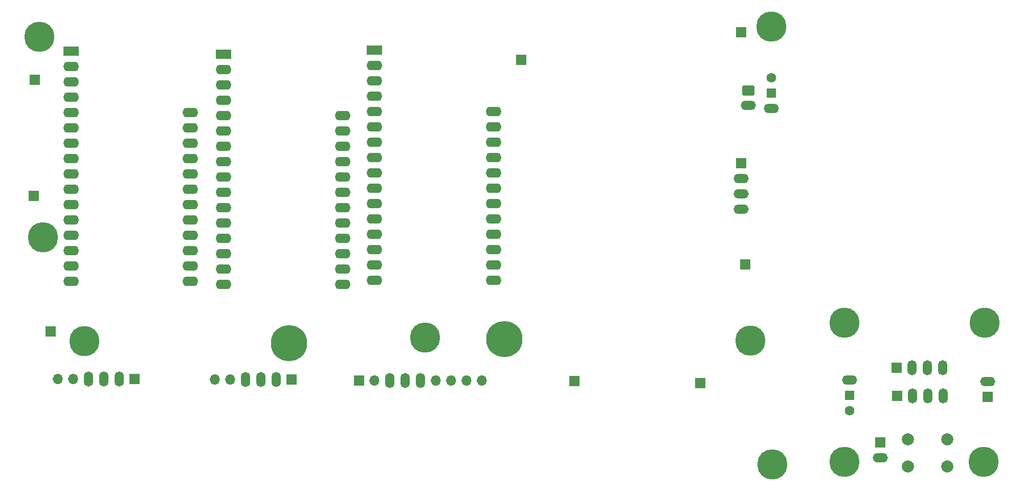
<source format=gtl>
G04 #@! TF.GenerationSoftware,KiCad,Pcbnew,9.0.0*
G04 #@! TF.CreationDate,2025-04-18T00:19:36+02:00*
G04 #@! TF.ProjectId,Omni-X-II-PCB,4f6d6e69-2d58-42d4-9949-2d5043422e6b,rev?*
G04 #@! TF.SameCoordinates,Original*
G04 #@! TF.FileFunction,Copper,L1,Top*
G04 #@! TF.FilePolarity,Positive*
%FSLAX46Y46*%
G04 Gerber Fmt 4.6, Leading zero omitted, Abs format (unit mm)*
G04 Created by KiCad (PCBNEW 9.0.0) date 2025-04-18 00:19:36*
%MOMM*%
%LPD*%
G01*
G04 APERTURE LIST*
G04 Aperture macros list*
%AMRoundRect*
0 Rectangle with rounded corners*
0 $1 Rounding radius*
0 $2 $3 $4 $5 $6 $7 $8 $9 X,Y pos of 4 corners*
0 Add a 4 corners polygon primitive as box body*
4,1,4,$2,$3,$4,$5,$6,$7,$8,$9,$2,$3,0*
0 Add four circle primitives for the rounded corners*
1,1,$1+$1,$2,$3*
1,1,$1+$1,$4,$5*
1,1,$1+$1,$6,$7*
1,1,$1+$1,$8,$9*
0 Add four rect primitives between the rounded corners*
20,1,$1+$1,$2,$3,$4,$5,0*
20,1,$1+$1,$4,$5,$6,$7,0*
20,1,$1+$1,$6,$7,$8,$9,0*
20,1,$1+$1,$8,$9,$2,$3,0*%
G04 Aperture macros list end*
G04 #@! TA.AperFunction,ComponentPad*
%ADD10R,1.700000X1.700000*%
G04 #@! TD*
G04 #@! TA.AperFunction,ComponentPad*
%ADD11O,1.500000X2.500000*%
G04 #@! TD*
G04 #@! TA.AperFunction,ComponentPad*
%ADD12O,1.700000X1.700000*%
G04 #@! TD*
G04 #@! TA.AperFunction,ComponentPad*
%ADD13RoundRect,0.250000X-0.750000X0.600000X-0.750000X-0.600000X0.750000X-0.600000X0.750000X0.600000X0*%
G04 #@! TD*
G04 #@! TA.AperFunction,ComponentPad*
%ADD14O,2.500000X1.500000*%
G04 #@! TD*
G04 #@! TA.AperFunction,ComponentPad*
%ADD15RoundRect,0.250000X-1.050000X-0.550000X1.050000X-0.550000X1.050000X0.550000X-1.050000X0.550000X0*%
G04 #@! TD*
G04 #@! TA.AperFunction,ComponentPad*
%ADD16O,2.600000X1.600000*%
G04 #@! TD*
G04 #@! TA.AperFunction,ComponentPad*
%ADD17C,2.000000*%
G04 #@! TD*
G04 #@! TA.AperFunction,ComponentPad*
%ADD18R,1.500000X1.500000*%
G04 #@! TD*
G04 #@! TA.AperFunction,ComponentPad*
%ADD19C,1.600000*%
G04 #@! TD*
G04 #@! TA.AperFunction,ViaPad*
%ADD20C,5.000000*%
G04 #@! TD*
G04 #@! TA.AperFunction,ViaPad*
%ADD21C,6.000000*%
G04 #@! TD*
G04 APERTURE END LIST*
D10*
X73680000Y-62140000D03*
X116140000Y-111750000D03*
D11*
X113600000Y-111750000D03*
X111060000Y-111750000D03*
X108520000Y-111750000D03*
D12*
X105980000Y-111750000D03*
X103440000Y-111750000D03*
D13*
X191750000Y-63900000D03*
D14*
X191750000Y-66400000D03*
D10*
X90180000Y-111700000D03*
D11*
X87640000Y-111700000D03*
X85100000Y-111700000D03*
X82560000Y-111700000D03*
D12*
X80020000Y-111700000D03*
X77480000Y-111700000D03*
D10*
X73440000Y-81360000D03*
X127310000Y-111960000D03*
D12*
X129850000Y-111960000D03*
D11*
X132390000Y-111960000D03*
X134930000Y-111960000D03*
X137470000Y-111960000D03*
D12*
X140010000Y-111960000D03*
X142550000Y-111960000D03*
X145090000Y-111960000D03*
X147630000Y-111960000D03*
D10*
X183800000Y-112350000D03*
D15*
X129840000Y-57270000D03*
D16*
X129840000Y-59810000D03*
X129840000Y-62350000D03*
X129840000Y-64890000D03*
X129840000Y-67430000D03*
X129840000Y-69970000D03*
X129840000Y-72510000D03*
X129840000Y-75050000D03*
X129840000Y-77590000D03*
X129840000Y-80130000D03*
X129840000Y-82670000D03*
X129840000Y-85210000D03*
X129840000Y-87750000D03*
X129840000Y-90290000D03*
X129840000Y-92830000D03*
X129840000Y-95370000D03*
X149560000Y-95370000D03*
X149560000Y-92830000D03*
X149560000Y-90290000D03*
X149560000Y-87750000D03*
X149560000Y-85210000D03*
X149560000Y-82670000D03*
X149560000Y-80130000D03*
X149560000Y-77590000D03*
X149560000Y-75050000D03*
X149560000Y-72510000D03*
X149560000Y-69970000D03*
X149560000Y-67430000D03*
D10*
X154130000Y-58850000D03*
X190560000Y-75970000D03*
D14*
X190560000Y-78510000D03*
X190560000Y-81050000D03*
X190560000Y-83590000D03*
D15*
X79640000Y-57410000D03*
D16*
X79640000Y-59950000D03*
X79640000Y-62490000D03*
X79640000Y-65030000D03*
X79640000Y-67570000D03*
X79640000Y-70110000D03*
X79640000Y-72650000D03*
X79640000Y-75190000D03*
X79640000Y-77730000D03*
X79640000Y-80270000D03*
X79640000Y-82810000D03*
X79640000Y-85350000D03*
X79640000Y-87890000D03*
X79640000Y-90430000D03*
X79640000Y-92970000D03*
X79640000Y-95510000D03*
X99360000Y-95510000D03*
X99360000Y-92970000D03*
X99360000Y-90430000D03*
X99360000Y-87890000D03*
X99360000Y-85350000D03*
X99360000Y-82810000D03*
X99360000Y-80270000D03*
X99360000Y-77730000D03*
X99360000Y-75190000D03*
X99360000Y-72650000D03*
X99360000Y-70110000D03*
X99360000Y-67570000D03*
D17*
X218190000Y-121640000D03*
X224690000Y-121640000D03*
X218190000Y-126140000D03*
X224690000Y-126140000D03*
D10*
X191220000Y-92700000D03*
X216395000Y-114450000D03*
D11*
X218935000Y-114450000D03*
X221475000Y-114450000D03*
X224015000Y-114450000D03*
D10*
X231345000Y-114660000D03*
D14*
X231345000Y-112120000D03*
D10*
X76290000Y-103830000D03*
D18*
X195550000Y-64320000D03*
D19*
X195550000Y-61780000D03*
D14*
X195550000Y-66860000D03*
D18*
X208495000Y-114430000D03*
D19*
X208495000Y-116970000D03*
D14*
X208495000Y-111890000D03*
D10*
X190590000Y-54270000D03*
X162960000Y-111990000D03*
D15*
X104870000Y-57900000D03*
D16*
X104870000Y-60440000D03*
X104870000Y-62980000D03*
X104870000Y-65520000D03*
X104870000Y-68060000D03*
X104870000Y-70600000D03*
X104870000Y-73140000D03*
X104870000Y-75680000D03*
X104870000Y-78220000D03*
X104870000Y-80760000D03*
X104870000Y-83300000D03*
X104870000Y-85840000D03*
X104870000Y-88380000D03*
X104870000Y-90920000D03*
X104870000Y-93460000D03*
X104870000Y-96000000D03*
X124590000Y-96000000D03*
X124590000Y-93460000D03*
X124590000Y-90920000D03*
X124590000Y-88380000D03*
X124590000Y-85840000D03*
X124590000Y-83300000D03*
X124590000Y-80760000D03*
X124590000Y-78220000D03*
X124590000Y-75680000D03*
X124590000Y-73140000D03*
X124590000Y-70600000D03*
X124590000Y-68060000D03*
D10*
X216355000Y-109780000D03*
D11*
X218895000Y-109780000D03*
X221435000Y-109780000D03*
X223975000Y-109780000D03*
D10*
X213595000Y-122210000D03*
D14*
X213595000Y-124750000D03*
D20*
X192130000Y-105330000D03*
X207665000Y-125430000D03*
D21*
X115750000Y-105730000D03*
D20*
X195700000Y-125790000D03*
X230845000Y-102390000D03*
X74430000Y-55010000D03*
X74990000Y-88250000D03*
X138230000Y-104820000D03*
X81880000Y-105390000D03*
X207665000Y-102390000D03*
X230715000Y-125430000D03*
X195600000Y-53370000D03*
D21*
X151400000Y-105100000D03*
M02*

</source>
